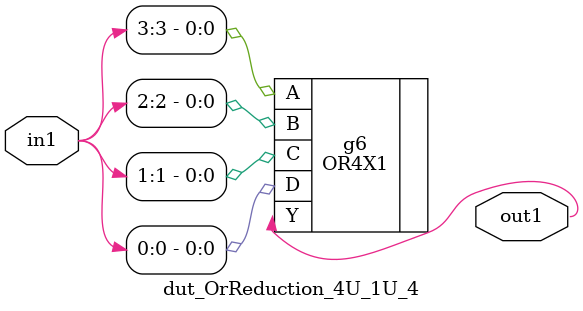
<source format=v>
`timescale 1ps / 1ps


module dut_OrReduction_4U_1U_4(in1, out1);
  input [3:0] in1;
  output out1;
  wire [3:0] in1;
  wire out1;
  OR4X1 g6(.A (in1[3]), .B (in1[2]), .C (in1[1]), .D (in1[0]), .Y
       (out1));
endmodule



</source>
